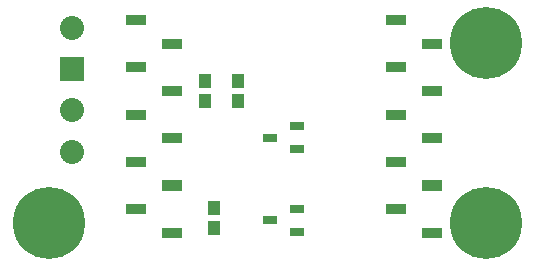
<source format=gts>
G04 DipTrace 2.4.0.2*
%INTopMask.GTS*%
%MOMM*%
%ADD18C,2.032*%
%ADD19R,2.032X2.032*%
%ADD23C,6.102*%
%ADD29R,1.152X0.752*%
%ADD31R,1.102X1.202*%
%FSLAX53Y53*%
G04*
G71*
G90*
G75*
G01*
%LNTopMask*%
%LPD*%
D31*
X26000Y-18250D3*
Y-19950D3*
X23250Y-18250D3*
Y-19950D3*
D29*
X31000Y-31000D3*
Y-29100D3*
X28700Y-30050D3*
D18*
X12000Y-13750D3*
D19*
Y-17250D3*
D18*
Y-20750D3*
Y-24250D3*
D23*
X47000Y-15000D3*
Y-30250D3*
X10000D3*
D29*
X31000Y-24000D3*
Y-22100D3*
X28700Y-23050D3*
D31*
X24000Y-30700D3*
Y-29000D3*
G36*
X19560Y-31530D2*
Y-30680D1*
X21260D1*
Y-31530D1*
X19560D1*
G37*
G36*
X16560Y-29530D2*
Y-28680D1*
X18260D1*
Y-29530D1*
X16560D1*
G37*
G36*
X19560Y-27530D2*
Y-26680D1*
X21260D1*
Y-27530D1*
X19560D1*
G37*
G36*
X16560Y-25530D2*
Y-24680D1*
X18260D1*
Y-25530D1*
X16560D1*
G37*
G36*
X19560Y-23530D2*
Y-22680D1*
X21260D1*
Y-23530D1*
X19560D1*
G37*
G36*
X16560Y-21530D2*
Y-20680D1*
X18260D1*
Y-21530D1*
X16560D1*
G37*
G36*
X19560Y-19530D2*
Y-18680D1*
X21260D1*
Y-19530D1*
X19560D1*
G37*
G36*
X16560Y-17530D2*
Y-16680D1*
X18260D1*
Y-17530D1*
X16560D1*
G37*
G36*
X19560Y-15530D2*
Y-14680D1*
X21260D1*
Y-15530D1*
X19560D1*
G37*
G36*
X16560Y-13530D2*
Y-12680D1*
X18260D1*
Y-13530D1*
X16560D1*
G37*
G36*
X41560Y-31530D2*
Y-30680D1*
X43260D1*
Y-31530D1*
X41560D1*
G37*
G36*
X38560Y-29530D2*
Y-28680D1*
X40260D1*
Y-29530D1*
X38560D1*
G37*
G36*
X41560Y-27530D2*
Y-26680D1*
X43260D1*
Y-27530D1*
X41560D1*
G37*
G36*
X38560Y-25530D2*
Y-24680D1*
X40260D1*
Y-25530D1*
X38560D1*
G37*
G36*
X41560Y-23530D2*
Y-22680D1*
X43260D1*
Y-23530D1*
X41560D1*
G37*
G36*
X38560Y-21530D2*
Y-20680D1*
X40260D1*
Y-21530D1*
X38560D1*
G37*
G36*
X41560Y-19530D2*
Y-18680D1*
X43260D1*
Y-19530D1*
X41560D1*
G37*
G36*
X38560Y-17530D2*
Y-16680D1*
X40260D1*
Y-17530D1*
X38560D1*
G37*
G36*
X41560Y-15530D2*
Y-14680D1*
X43260D1*
Y-15530D1*
X41560D1*
G37*
G36*
X38560Y-13530D2*
Y-12680D1*
X40260D1*
Y-13530D1*
X38560D1*
G37*
M02*

</source>
